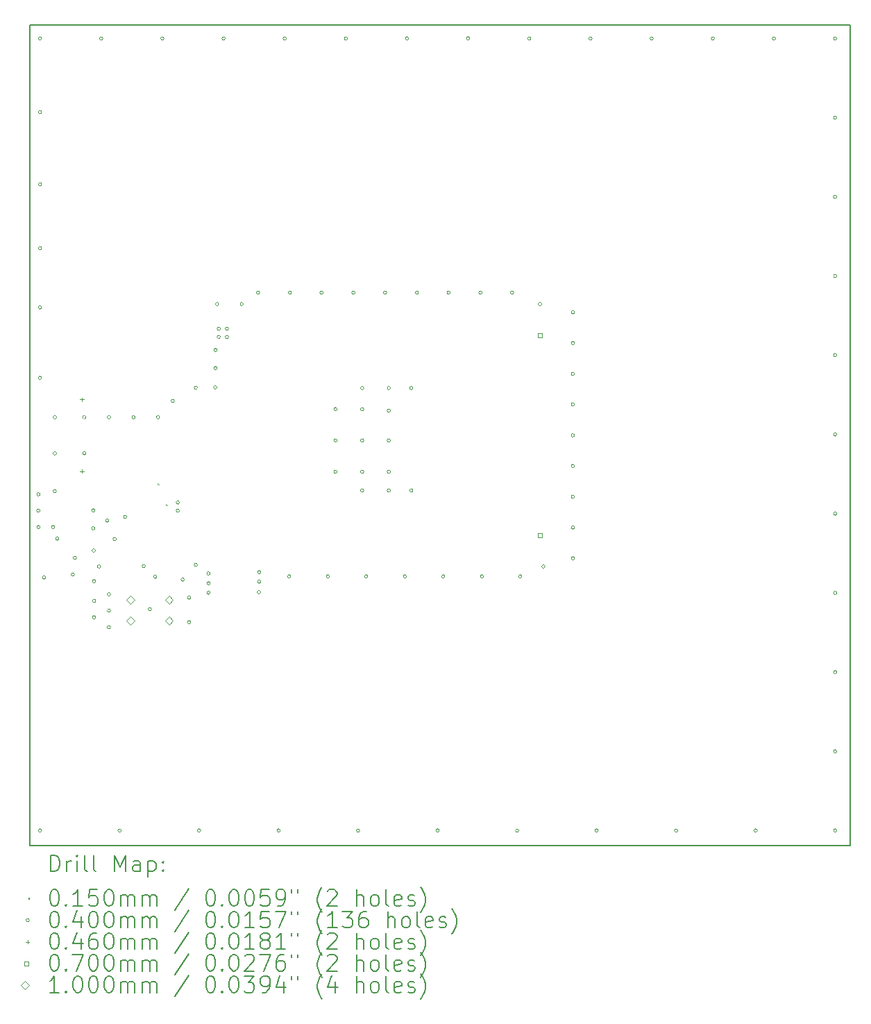
<source format=gbr>
%FSLAX45Y45*%
G04 Gerber Fmt 4.5, Leading zero omitted, Abs format (unit mm)*
G04 Created by KiCad (PCBNEW (6.0.6-0)) date 2022-09-01 17:00:36*
%MOMM*%
%LPD*%
G01*
G04 APERTURE LIST*
%TA.AperFunction,Profile*%
%ADD10C,0.200000*%
%TD*%
%ADD11C,0.200000*%
%ADD12C,0.015000*%
%ADD13C,0.040000*%
%ADD14C,0.046000*%
%ADD15C,0.070000*%
%ADD16C,0.100000*%
G04 APERTURE END LIST*
D10*
X5000000Y-5000000D02*
X15000000Y-5000000D01*
X15000000Y-5000000D02*
X15000000Y-15000000D01*
X15000000Y-15000000D02*
X5000000Y-15000000D01*
X5000000Y-15000000D02*
X5000000Y-5000000D01*
D11*
D12*
X6557500Y-10587500D02*
X6572500Y-10602500D01*
X6572500Y-10587500D02*
X6557500Y-10602500D01*
X6657500Y-10837500D02*
X6672500Y-10852500D01*
X6672500Y-10837500D02*
X6657500Y-10852500D01*
D13*
X5120000Y-10720000D02*
G75*
G03*
X5120000Y-10720000I-20000J0D01*
G01*
X5120000Y-10920000D02*
G75*
G03*
X5120000Y-10920000I-20000J0D01*
G01*
X5120000Y-11120000D02*
G75*
G03*
X5120000Y-11120000I-20000J0D01*
G01*
X5140000Y-5160000D02*
G75*
G03*
X5140000Y-5160000I-20000J0D01*
G01*
X5140000Y-6060000D02*
G75*
G03*
X5140000Y-6060000I-20000J0D01*
G01*
X5140000Y-6940000D02*
G75*
G03*
X5140000Y-6940000I-20000J0D01*
G01*
X5140000Y-7720000D02*
G75*
G03*
X5140000Y-7720000I-20000J0D01*
G01*
X5140000Y-8440000D02*
G75*
G03*
X5140000Y-8440000I-20000J0D01*
G01*
X5140000Y-9300000D02*
G75*
G03*
X5140000Y-9300000I-20000J0D01*
G01*
X5140000Y-14820000D02*
G75*
G03*
X5140000Y-14820000I-20000J0D01*
G01*
X5190000Y-11735000D02*
G75*
G03*
X5190000Y-11735000I-20000J0D01*
G01*
X5300000Y-11120000D02*
G75*
G03*
X5300000Y-11120000I-20000J0D01*
G01*
X5320000Y-9780000D02*
G75*
G03*
X5320000Y-9780000I-20000J0D01*
G01*
X5320000Y-10220000D02*
G75*
G03*
X5320000Y-10220000I-20000J0D01*
G01*
X5320000Y-10680000D02*
G75*
G03*
X5320000Y-10680000I-20000J0D01*
G01*
X5350000Y-11260000D02*
G75*
G03*
X5350000Y-11260000I-20000J0D01*
G01*
X5540000Y-11700000D02*
G75*
G03*
X5540000Y-11700000I-20000J0D01*
G01*
X5565000Y-11495000D02*
G75*
G03*
X5565000Y-11495000I-20000J0D01*
G01*
X5680000Y-9780000D02*
G75*
G03*
X5680000Y-9780000I-20000J0D01*
G01*
X5680000Y-10220000D02*
G75*
G03*
X5680000Y-10220000I-20000J0D01*
G01*
X5790000Y-10915000D02*
G75*
G03*
X5790000Y-10915000I-20000J0D01*
G01*
X5790000Y-11135000D02*
G75*
G03*
X5790000Y-11135000I-20000J0D01*
G01*
X5795000Y-11405000D02*
G75*
G03*
X5795000Y-11405000I-20000J0D01*
G01*
X5800000Y-11780000D02*
G75*
G03*
X5800000Y-11780000I-20000J0D01*
G01*
X5800000Y-12020000D02*
G75*
G03*
X5800000Y-12020000I-20000J0D01*
G01*
X5800000Y-12220000D02*
G75*
G03*
X5800000Y-12220000I-20000J0D01*
G01*
X5860000Y-11600000D02*
G75*
G03*
X5860000Y-11600000I-20000J0D01*
G01*
X5886154Y-5160000D02*
G75*
G03*
X5886154Y-5160000I-20000J0D01*
G01*
X5960000Y-11040000D02*
G75*
G03*
X5960000Y-11040000I-20000J0D01*
G01*
X5980000Y-9780000D02*
G75*
G03*
X5980000Y-9780000I-20000J0D01*
G01*
X5980000Y-11940000D02*
G75*
G03*
X5980000Y-11940000I-20000J0D01*
G01*
X5980000Y-12140000D02*
G75*
G03*
X5980000Y-12140000I-20000J0D01*
G01*
X5980000Y-12340000D02*
G75*
G03*
X5980000Y-12340000I-20000J0D01*
G01*
X6051000Y-11266000D02*
G75*
G03*
X6051000Y-11266000I-20000J0D01*
G01*
X6110000Y-14820000D02*
G75*
G03*
X6110000Y-14820000I-20000J0D01*
G01*
X6180000Y-10995000D02*
G75*
G03*
X6180000Y-10995000I-20000J0D01*
G01*
X6280000Y-9780000D02*
G75*
G03*
X6280000Y-9780000I-20000J0D01*
G01*
X6405000Y-11595000D02*
G75*
G03*
X6405000Y-11595000I-20000J0D01*
G01*
X6480000Y-12120000D02*
G75*
G03*
X6480000Y-12120000I-20000J0D01*
G01*
X6545000Y-11725000D02*
G75*
G03*
X6545000Y-11725000I-20000J0D01*
G01*
X6580000Y-9780000D02*
G75*
G03*
X6580000Y-9780000I-20000J0D01*
G01*
X6632308Y-5160000D02*
G75*
G03*
X6632308Y-5160000I-20000J0D01*
G01*
X6760000Y-9580000D02*
G75*
G03*
X6760000Y-9580000I-20000J0D01*
G01*
X6820000Y-10820000D02*
G75*
G03*
X6820000Y-10820000I-20000J0D01*
G01*
X6820000Y-10920000D02*
G75*
G03*
X6820000Y-10920000I-20000J0D01*
G01*
X6880000Y-11760000D02*
G75*
G03*
X6880000Y-11760000I-20000J0D01*
G01*
X6960000Y-11980000D02*
G75*
G03*
X6960000Y-11980000I-20000J0D01*
G01*
X6960000Y-12280000D02*
G75*
G03*
X6960000Y-12280000I-20000J0D01*
G01*
X7040000Y-9420000D02*
G75*
G03*
X7040000Y-9420000I-20000J0D01*
G01*
X7040000Y-11580000D02*
G75*
G03*
X7040000Y-11580000I-20000J0D01*
G01*
X7080000Y-14820000D02*
G75*
G03*
X7080000Y-14820000I-20000J0D01*
G01*
X7195000Y-11685000D02*
G75*
G03*
X7195000Y-11685000I-20000J0D01*
G01*
X7195000Y-11805000D02*
G75*
G03*
X7195000Y-11805000I-20000J0D01*
G01*
X7195000Y-11920000D02*
G75*
G03*
X7195000Y-11920000I-20000J0D01*
G01*
X7278051Y-9415321D02*
G75*
G03*
X7278051Y-9415321I-20000J0D01*
G01*
X7280000Y-8960000D02*
G75*
G03*
X7280000Y-8960000I-20000J0D01*
G01*
X7280000Y-9180000D02*
G75*
G03*
X7280000Y-9180000I-20000J0D01*
G01*
X7300000Y-8400000D02*
G75*
G03*
X7300000Y-8400000I-20000J0D01*
G01*
X7320000Y-8700000D02*
G75*
G03*
X7320000Y-8700000I-20000J0D01*
G01*
X7320000Y-8800000D02*
G75*
G03*
X7320000Y-8800000I-20000J0D01*
G01*
X7378461Y-5160000D02*
G75*
G03*
X7378461Y-5160000I-20000J0D01*
G01*
X7420000Y-8700000D02*
G75*
G03*
X7420000Y-8700000I-20000J0D01*
G01*
X7420000Y-8800000D02*
G75*
G03*
X7420000Y-8800000I-20000J0D01*
G01*
X7600000Y-8400000D02*
G75*
G03*
X7600000Y-8400000I-20000J0D01*
G01*
X7800000Y-8260000D02*
G75*
G03*
X7800000Y-8260000I-20000J0D01*
G01*
X7810000Y-11915000D02*
G75*
G03*
X7810000Y-11915000I-20000J0D01*
G01*
X7815000Y-11670000D02*
G75*
G03*
X7815000Y-11670000I-20000J0D01*
G01*
X7815000Y-11785000D02*
G75*
G03*
X7815000Y-11785000I-20000J0D01*
G01*
X8050000Y-14820000D02*
G75*
G03*
X8050000Y-14820000I-20000J0D01*
G01*
X8124615Y-5160000D02*
G75*
G03*
X8124615Y-5160000I-20000J0D01*
G01*
X8180000Y-11720000D02*
G75*
G03*
X8180000Y-11720000I-20000J0D01*
G01*
X8187385Y-8260000D02*
G75*
G03*
X8187385Y-8260000I-20000J0D01*
G01*
X8574769Y-8260000D02*
G75*
G03*
X8574769Y-8260000I-20000J0D01*
G01*
X8650000Y-11720000D02*
G75*
G03*
X8650000Y-11720000I-20000J0D01*
G01*
X8745000Y-9681250D02*
G75*
G03*
X8745000Y-9681250I-20000J0D01*
G01*
X8745000Y-10062500D02*
G75*
G03*
X8745000Y-10062500I-20000J0D01*
G01*
X8745000Y-10443750D02*
G75*
G03*
X8745000Y-10443750I-20000J0D01*
G01*
X8870769Y-5160000D02*
G75*
G03*
X8870769Y-5160000I-20000J0D01*
G01*
X8962154Y-8260000D02*
G75*
G03*
X8962154Y-8260000I-20000J0D01*
G01*
X9020000Y-14820000D02*
G75*
G03*
X9020000Y-14820000I-20000J0D01*
G01*
X9070000Y-9425000D02*
G75*
G03*
X9070000Y-9425000I-20000J0D01*
G01*
X9070000Y-9681250D02*
G75*
G03*
X9070000Y-9681250I-20000J0D01*
G01*
X9070000Y-10062500D02*
G75*
G03*
X9070000Y-10062500I-20000J0D01*
G01*
X9070000Y-10443750D02*
G75*
G03*
X9070000Y-10443750I-20000J0D01*
G01*
X9070000Y-10675000D02*
G75*
G03*
X9070000Y-10675000I-20000J0D01*
G01*
X9120000Y-11720000D02*
G75*
G03*
X9120000Y-11720000I-20000J0D01*
G01*
X9349539Y-8260000D02*
G75*
G03*
X9349539Y-8260000I-20000J0D01*
G01*
X9395000Y-9425000D02*
G75*
G03*
X9395000Y-9425000I-20000J0D01*
G01*
X9395000Y-9700000D02*
G75*
G03*
X9395000Y-9700000I-20000J0D01*
G01*
X9395000Y-10062500D02*
G75*
G03*
X9395000Y-10062500I-20000J0D01*
G01*
X9395000Y-10443750D02*
G75*
G03*
X9395000Y-10443750I-20000J0D01*
G01*
X9395000Y-10675000D02*
G75*
G03*
X9395000Y-10675000I-20000J0D01*
G01*
X9590000Y-11720000D02*
G75*
G03*
X9590000Y-11720000I-20000J0D01*
G01*
X9616923Y-5160000D02*
G75*
G03*
X9616923Y-5160000I-20000J0D01*
G01*
X9670000Y-9425000D02*
G75*
G03*
X9670000Y-9425000I-20000J0D01*
G01*
X9670000Y-10675000D02*
G75*
G03*
X9670000Y-10675000I-20000J0D01*
G01*
X9736924Y-8260000D02*
G75*
G03*
X9736924Y-8260000I-20000J0D01*
G01*
X9990000Y-14820000D02*
G75*
G03*
X9990000Y-14820000I-20000J0D01*
G01*
X10060000Y-11720000D02*
G75*
G03*
X10060000Y-11720000I-20000J0D01*
G01*
X10124308Y-8260000D02*
G75*
G03*
X10124308Y-8260000I-20000J0D01*
G01*
X10363077Y-5160000D02*
G75*
G03*
X10363077Y-5160000I-20000J0D01*
G01*
X10511693Y-8260000D02*
G75*
G03*
X10511693Y-8260000I-20000J0D01*
G01*
X10530000Y-11720000D02*
G75*
G03*
X10530000Y-11720000I-20000J0D01*
G01*
X10899078Y-8260000D02*
G75*
G03*
X10899078Y-8260000I-20000J0D01*
G01*
X10960000Y-14820000D02*
G75*
G03*
X10960000Y-14820000I-20000J0D01*
G01*
X11000000Y-11720000D02*
G75*
G03*
X11000000Y-11720000I-20000J0D01*
G01*
X11109230Y-5160000D02*
G75*
G03*
X11109230Y-5160000I-20000J0D01*
G01*
X11240000Y-8400000D02*
G75*
G03*
X11240000Y-8400000I-20000J0D01*
G01*
X11280000Y-11600000D02*
G75*
G03*
X11280000Y-11600000I-20000J0D01*
G01*
X11640000Y-8500000D02*
G75*
G03*
X11640000Y-8500000I-20000J0D01*
G01*
X11640000Y-8875000D02*
G75*
G03*
X11640000Y-8875000I-20000J0D01*
G01*
X11640000Y-9250000D02*
G75*
G03*
X11640000Y-9250000I-20000J0D01*
G01*
X11640000Y-9625000D02*
G75*
G03*
X11640000Y-9625000I-20000J0D01*
G01*
X11640000Y-10000000D02*
G75*
G03*
X11640000Y-10000000I-20000J0D01*
G01*
X11640000Y-10375000D02*
G75*
G03*
X11640000Y-10375000I-20000J0D01*
G01*
X11640000Y-10750000D02*
G75*
G03*
X11640000Y-10750000I-20000J0D01*
G01*
X11640000Y-11125000D02*
G75*
G03*
X11640000Y-11125000I-20000J0D01*
G01*
X11640000Y-11500000D02*
G75*
G03*
X11640000Y-11500000I-20000J0D01*
G01*
X11855384Y-5160000D02*
G75*
G03*
X11855384Y-5160000I-20000J0D01*
G01*
X11930000Y-14820000D02*
G75*
G03*
X11930000Y-14820000I-20000J0D01*
G01*
X12601538Y-5160000D02*
G75*
G03*
X12601538Y-5160000I-20000J0D01*
G01*
X12900000Y-14820000D02*
G75*
G03*
X12900000Y-14820000I-20000J0D01*
G01*
X13347692Y-5160000D02*
G75*
G03*
X13347692Y-5160000I-20000J0D01*
G01*
X13870000Y-14820000D02*
G75*
G03*
X13870000Y-14820000I-20000J0D01*
G01*
X14093846Y-5160000D02*
G75*
G03*
X14093846Y-5160000I-20000J0D01*
G01*
X14840000Y-5160000D02*
G75*
G03*
X14840000Y-5160000I-20000J0D01*
G01*
X14840000Y-6126000D02*
G75*
G03*
X14840000Y-6126000I-20000J0D01*
G01*
X14840000Y-7092000D02*
G75*
G03*
X14840000Y-7092000I-20000J0D01*
G01*
X14840000Y-8058000D02*
G75*
G03*
X14840000Y-8058000I-20000J0D01*
G01*
X14840000Y-9024000D02*
G75*
G03*
X14840000Y-9024000I-20000J0D01*
G01*
X14840000Y-9990000D02*
G75*
G03*
X14840000Y-9990000I-20000J0D01*
G01*
X14840000Y-10956000D02*
G75*
G03*
X14840000Y-10956000I-20000J0D01*
G01*
X14840000Y-11922000D02*
G75*
G03*
X14840000Y-11922000I-20000J0D01*
G01*
X14840000Y-12888000D02*
G75*
G03*
X14840000Y-12888000I-20000J0D01*
G01*
X14840000Y-13854000D02*
G75*
G03*
X14840000Y-13854000I-20000J0D01*
G01*
X14840000Y-14820000D02*
G75*
G03*
X14840000Y-14820000I-20000J0D01*
G01*
D14*
X5632000Y-9539000D02*
X5632000Y-9585000D01*
X5609000Y-9562000D02*
X5655000Y-9562000D01*
X5632000Y-10415000D02*
X5632000Y-10461000D01*
X5609000Y-10438000D02*
X5655000Y-10438000D01*
D15*
X11244508Y-8804990D02*
X11244508Y-8755492D01*
X11195010Y-8755492D01*
X11195010Y-8804990D01*
X11244508Y-8804990D01*
X11244508Y-11244508D02*
X11244508Y-11195010D01*
X11195010Y-11195010D01*
X11195010Y-11244508D01*
X11244508Y-11244508D01*
D16*
X6226000Y-12058500D02*
X6276000Y-12008500D01*
X6226000Y-11958500D01*
X6176000Y-12008500D01*
X6226000Y-12058500D01*
X6226000Y-12312500D02*
X6276000Y-12262500D01*
X6226000Y-12212500D01*
X6176000Y-12262500D01*
X6226000Y-12312500D01*
X6694000Y-12058500D02*
X6744000Y-12008500D01*
X6694000Y-11958500D01*
X6644000Y-12008500D01*
X6694000Y-12058500D01*
X6694000Y-12312500D02*
X6744000Y-12262500D01*
X6694000Y-12212500D01*
X6644000Y-12262500D01*
X6694000Y-12312500D01*
D11*
X5247619Y-15320476D02*
X5247619Y-15120476D01*
X5295238Y-15120476D01*
X5323810Y-15130000D01*
X5342857Y-15149048D01*
X5352381Y-15168095D01*
X5361905Y-15206190D01*
X5361905Y-15234762D01*
X5352381Y-15272857D01*
X5342857Y-15291905D01*
X5323810Y-15310952D01*
X5295238Y-15320476D01*
X5247619Y-15320476D01*
X5447619Y-15320476D02*
X5447619Y-15187143D01*
X5447619Y-15225238D02*
X5457143Y-15206190D01*
X5466667Y-15196667D01*
X5485714Y-15187143D01*
X5504762Y-15187143D01*
X5571429Y-15320476D02*
X5571429Y-15187143D01*
X5571429Y-15120476D02*
X5561905Y-15130000D01*
X5571429Y-15139524D01*
X5580952Y-15130000D01*
X5571429Y-15120476D01*
X5571429Y-15139524D01*
X5695238Y-15320476D02*
X5676190Y-15310952D01*
X5666667Y-15291905D01*
X5666667Y-15120476D01*
X5800000Y-15320476D02*
X5780952Y-15310952D01*
X5771428Y-15291905D01*
X5771428Y-15120476D01*
X6028571Y-15320476D02*
X6028571Y-15120476D01*
X6095238Y-15263333D01*
X6161905Y-15120476D01*
X6161905Y-15320476D01*
X6342857Y-15320476D02*
X6342857Y-15215714D01*
X6333333Y-15196667D01*
X6314286Y-15187143D01*
X6276190Y-15187143D01*
X6257143Y-15196667D01*
X6342857Y-15310952D02*
X6323809Y-15320476D01*
X6276190Y-15320476D01*
X6257143Y-15310952D01*
X6247619Y-15291905D01*
X6247619Y-15272857D01*
X6257143Y-15253809D01*
X6276190Y-15244286D01*
X6323809Y-15244286D01*
X6342857Y-15234762D01*
X6438095Y-15187143D02*
X6438095Y-15387143D01*
X6438095Y-15196667D02*
X6457143Y-15187143D01*
X6495238Y-15187143D01*
X6514286Y-15196667D01*
X6523809Y-15206190D01*
X6533333Y-15225238D01*
X6533333Y-15282381D01*
X6523809Y-15301428D01*
X6514286Y-15310952D01*
X6495238Y-15320476D01*
X6457143Y-15320476D01*
X6438095Y-15310952D01*
X6619048Y-15301428D02*
X6628571Y-15310952D01*
X6619048Y-15320476D01*
X6609524Y-15310952D01*
X6619048Y-15301428D01*
X6619048Y-15320476D01*
X6619048Y-15196667D02*
X6628571Y-15206190D01*
X6619048Y-15215714D01*
X6609524Y-15206190D01*
X6619048Y-15196667D01*
X6619048Y-15215714D01*
D12*
X4975000Y-15642500D02*
X4990000Y-15657500D01*
X4990000Y-15642500D02*
X4975000Y-15657500D01*
D11*
X5285714Y-15540476D02*
X5304762Y-15540476D01*
X5323810Y-15550000D01*
X5333333Y-15559524D01*
X5342857Y-15578571D01*
X5352381Y-15616667D01*
X5352381Y-15664286D01*
X5342857Y-15702381D01*
X5333333Y-15721428D01*
X5323810Y-15730952D01*
X5304762Y-15740476D01*
X5285714Y-15740476D01*
X5266667Y-15730952D01*
X5257143Y-15721428D01*
X5247619Y-15702381D01*
X5238095Y-15664286D01*
X5238095Y-15616667D01*
X5247619Y-15578571D01*
X5257143Y-15559524D01*
X5266667Y-15550000D01*
X5285714Y-15540476D01*
X5438095Y-15721428D02*
X5447619Y-15730952D01*
X5438095Y-15740476D01*
X5428571Y-15730952D01*
X5438095Y-15721428D01*
X5438095Y-15740476D01*
X5638095Y-15740476D02*
X5523810Y-15740476D01*
X5580952Y-15740476D02*
X5580952Y-15540476D01*
X5561905Y-15569048D01*
X5542857Y-15588095D01*
X5523810Y-15597619D01*
X5819048Y-15540476D02*
X5723809Y-15540476D01*
X5714286Y-15635714D01*
X5723809Y-15626190D01*
X5742857Y-15616667D01*
X5790476Y-15616667D01*
X5809524Y-15626190D01*
X5819048Y-15635714D01*
X5828571Y-15654762D01*
X5828571Y-15702381D01*
X5819048Y-15721428D01*
X5809524Y-15730952D01*
X5790476Y-15740476D01*
X5742857Y-15740476D01*
X5723809Y-15730952D01*
X5714286Y-15721428D01*
X5952381Y-15540476D02*
X5971428Y-15540476D01*
X5990476Y-15550000D01*
X6000000Y-15559524D01*
X6009524Y-15578571D01*
X6019048Y-15616667D01*
X6019048Y-15664286D01*
X6009524Y-15702381D01*
X6000000Y-15721428D01*
X5990476Y-15730952D01*
X5971428Y-15740476D01*
X5952381Y-15740476D01*
X5933333Y-15730952D01*
X5923809Y-15721428D01*
X5914286Y-15702381D01*
X5904762Y-15664286D01*
X5904762Y-15616667D01*
X5914286Y-15578571D01*
X5923809Y-15559524D01*
X5933333Y-15550000D01*
X5952381Y-15540476D01*
X6104762Y-15740476D02*
X6104762Y-15607143D01*
X6104762Y-15626190D02*
X6114286Y-15616667D01*
X6133333Y-15607143D01*
X6161905Y-15607143D01*
X6180952Y-15616667D01*
X6190476Y-15635714D01*
X6190476Y-15740476D01*
X6190476Y-15635714D02*
X6200000Y-15616667D01*
X6219048Y-15607143D01*
X6247619Y-15607143D01*
X6266667Y-15616667D01*
X6276190Y-15635714D01*
X6276190Y-15740476D01*
X6371428Y-15740476D02*
X6371428Y-15607143D01*
X6371428Y-15626190D02*
X6380952Y-15616667D01*
X6400000Y-15607143D01*
X6428571Y-15607143D01*
X6447619Y-15616667D01*
X6457143Y-15635714D01*
X6457143Y-15740476D01*
X6457143Y-15635714D02*
X6466667Y-15616667D01*
X6485714Y-15607143D01*
X6514286Y-15607143D01*
X6533333Y-15616667D01*
X6542857Y-15635714D01*
X6542857Y-15740476D01*
X6933333Y-15530952D02*
X6761905Y-15788095D01*
X7190476Y-15540476D02*
X7209524Y-15540476D01*
X7228571Y-15550000D01*
X7238095Y-15559524D01*
X7247619Y-15578571D01*
X7257143Y-15616667D01*
X7257143Y-15664286D01*
X7247619Y-15702381D01*
X7238095Y-15721428D01*
X7228571Y-15730952D01*
X7209524Y-15740476D01*
X7190476Y-15740476D01*
X7171428Y-15730952D01*
X7161905Y-15721428D01*
X7152381Y-15702381D01*
X7142857Y-15664286D01*
X7142857Y-15616667D01*
X7152381Y-15578571D01*
X7161905Y-15559524D01*
X7171428Y-15550000D01*
X7190476Y-15540476D01*
X7342857Y-15721428D02*
X7352381Y-15730952D01*
X7342857Y-15740476D01*
X7333333Y-15730952D01*
X7342857Y-15721428D01*
X7342857Y-15740476D01*
X7476190Y-15540476D02*
X7495238Y-15540476D01*
X7514286Y-15550000D01*
X7523809Y-15559524D01*
X7533333Y-15578571D01*
X7542857Y-15616667D01*
X7542857Y-15664286D01*
X7533333Y-15702381D01*
X7523809Y-15721428D01*
X7514286Y-15730952D01*
X7495238Y-15740476D01*
X7476190Y-15740476D01*
X7457143Y-15730952D01*
X7447619Y-15721428D01*
X7438095Y-15702381D01*
X7428571Y-15664286D01*
X7428571Y-15616667D01*
X7438095Y-15578571D01*
X7447619Y-15559524D01*
X7457143Y-15550000D01*
X7476190Y-15540476D01*
X7666667Y-15540476D02*
X7685714Y-15540476D01*
X7704762Y-15550000D01*
X7714286Y-15559524D01*
X7723809Y-15578571D01*
X7733333Y-15616667D01*
X7733333Y-15664286D01*
X7723809Y-15702381D01*
X7714286Y-15721428D01*
X7704762Y-15730952D01*
X7685714Y-15740476D01*
X7666667Y-15740476D01*
X7647619Y-15730952D01*
X7638095Y-15721428D01*
X7628571Y-15702381D01*
X7619048Y-15664286D01*
X7619048Y-15616667D01*
X7628571Y-15578571D01*
X7638095Y-15559524D01*
X7647619Y-15550000D01*
X7666667Y-15540476D01*
X7914286Y-15540476D02*
X7819048Y-15540476D01*
X7809524Y-15635714D01*
X7819048Y-15626190D01*
X7838095Y-15616667D01*
X7885714Y-15616667D01*
X7904762Y-15626190D01*
X7914286Y-15635714D01*
X7923809Y-15654762D01*
X7923809Y-15702381D01*
X7914286Y-15721428D01*
X7904762Y-15730952D01*
X7885714Y-15740476D01*
X7838095Y-15740476D01*
X7819048Y-15730952D01*
X7809524Y-15721428D01*
X8019048Y-15740476D02*
X8057143Y-15740476D01*
X8076190Y-15730952D01*
X8085714Y-15721428D01*
X8104762Y-15692857D01*
X8114286Y-15654762D01*
X8114286Y-15578571D01*
X8104762Y-15559524D01*
X8095238Y-15550000D01*
X8076190Y-15540476D01*
X8038095Y-15540476D01*
X8019048Y-15550000D01*
X8009524Y-15559524D01*
X8000000Y-15578571D01*
X8000000Y-15626190D01*
X8009524Y-15645238D01*
X8019048Y-15654762D01*
X8038095Y-15664286D01*
X8076190Y-15664286D01*
X8095238Y-15654762D01*
X8104762Y-15645238D01*
X8114286Y-15626190D01*
X8190476Y-15540476D02*
X8190476Y-15578571D01*
X8266667Y-15540476D02*
X8266667Y-15578571D01*
X8561905Y-15816667D02*
X8552381Y-15807143D01*
X8533333Y-15778571D01*
X8523810Y-15759524D01*
X8514286Y-15730952D01*
X8504762Y-15683333D01*
X8504762Y-15645238D01*
X8514286Y-15597619D01*
X8523810Y-15569048D01*
X8533333Y-15550000D01*
X8552381Y-15521428D01*
X8561905Y-15511905D01*
X8628571Y-15559524D02*
X8638095Y-15550000D01*
X8657143Y-15540476D01*
X8704762Y-15540476D01*
X8723810Y-15550000D01*
X8733333Y-15559524D01*
X8742857Y-15578571D01*
X8742857Y-15597619D01*
X8733333Y-15626190D01*
X8619048Y-15740476D01*
X8742857Y-15740476D01*
X8980952Y-15740476D02*
X8980952Y-15540476D01*
X9066667Y-15740476D02*
X9066667Y-15635714D01*
X9057143Y-15616667D01*
X9038095Y-15607143D01*
X9009524Y-15607143D01*
X8990476Y-15616667D01*
X8980952Y-15626190D01*
X9190476Y-15740476D02*
X9171429Y-15730952D01*
X9161905Y-15721428D01*
X9152381Y-15702381D01*
X9152381Y-15645238D01*
X9161905Y-15626190D01*
X9171429Y-15616667D01*
X9190476Y-15607143D01*
X9219048Y-15607143D01*
X9238095Y-15616667D01*
X9247619Y-15626190D01*
X9257143Y-15645238D01*
X9257143Y-15702381D01*
X9247619Y-15721428D01*
X9238095Y-15730952D01*
X9219048Y-15740476D01*
X9190476Y-15740476D01*
X9371429Y-15740476D02*
X9352381Y-15730952D01*
X9342857Y-15711905D01*
X9342857Y-15540476D01*
X9523810Y-15730952D02*
X9504762Y-15740476D01*
X9466667Y-15740476D01*
X9447619Y-15730952D01*
X9438095Y-15711905D01*
X9438095Y-15635714D01*
X9447619Y-15616667D01*
X9466667Y-15607143D01*
X9504762Y-15607143D01*
X9523810Y-15616667D01*
X9533333Y-15635714D01*
X9533333Y-15654762D01*
X9438095Y-15673809D01*
X9609524Y-15730952D02*
X9628571Y-15740476D01*
X9666667Y-15740476D01*
X9685714Y-15730952D01*
X9695238Y-15711905D01*
X9695238Y-15702381D01*
X9685714Y-15683333D01*
X9666667Y-15673809D01*
X9638095Y-15673809D01*
X9619048Y-15664286D01*
X9609524Y-15645238D01*
X9609524Y-15635714D01*
X9619048Y-15616667D01*
X9638095Y-15607143D01*
X9666667Y-15607143D01*
X9685714Y-15616667D01*
X9761905Y-15816667D02*
X9771429Y-15807143D01*
X9790476Y-15778571D01*
X9800000Y-15759524D01*
X9809524Y-15730952D01*
X9819048Y-15683333D01*
X9819048Y-15645238D01*
X9809524Y-15597619D01*
X9800000Y-15569048D01*
X9790476Y-15550000D01*
X9771429Y-15521428D01*
X9761905Y-15511905D01*
D13*
X4990000Y-15914000D02*
G75*
G03*
X4990000Y-15914000I-20000J0D01*
G01*
D11*
X5285714Y-15804476D02*
X5304762Y-15804476D01*
X5323810Y-15814000D01*
X5333333Y-15823524D01*
X5342857Y-15842571D01*
X5352381Y-15880667D01*
X5352381Y-15928286D01*
X5342857Y-15966381D01*
X5333333Y-15985428D01*
X5323810Y-15994952D01*
X5304762Y-16004476D01*
X5285714Y-16004476D01*
X5266667Y-15994952D01*
X5257143Y-15985428D01*
X5247619Y-15966381D01*
X5238095Y-15928286D01*
X5238095Y-15880667D01*
X5247619Y-15842571D01*
X5257143Y-15823524D01*
X5266667Y-15814000D01*
X5285714Y-15804476D01*
X5438095Y-15985428D02*
X5447619Y-15994952D01*
X5438095Y-16004476D01*
X5428571Y-15994952D01*
X5438095Y-15985428D01*
X5438095Y-16004476D01*
X5619048Y-15871143D02*
X5619048Y-16004476D01*
X5571429Y-15794952D02*
X5523810Y-15937809D01*
X5647619Y-15937809D01*
X5761905Y-15804476D02*
X5780952Y-15804476D01*
X5800000Y-15814000D01*
X5809524Y-15823524D01*
X5819048Y-15842571D01*
X5828571Y-15880667D01*
X5828571Y-15928286D01*
X5819048Y-15966381D01*
X5809524Y-15985428D01*
X5800000Y-15994952D01*
X5780952Y-16004476D01*
X5761905Y-16004476D01*
X5742857Y-15994952D01*
X5733333Y-15985428D01*
X5723809Y-15966381D01*
X5714286Y-15928286D01*
X5714286Y-15880667D01*
X5723809Y-15842571D01*
X5733333Y-15823524D01*
X5742857Y-15814000D01*
X5761905Y-15804476D01*
X5952381Y-15804476D02*
X5971428Y-15804476D01*
X5990476Y-15814000D01*
X6000000Y-15823524D01*
X6009524Y-15842571D01*
X6019048Y-15880667D01*
X6019048Y-15928286D01*
X6009524Y-15966381D01*
X6000000Y-15985428D01*
X5990476Y-15994952D01*
X5971428Y-16004476D01*
X5952381Y-16004476D01*
X5933333Y-15994952D01*
X5923809Y-15985428D01*
X5914286Y-15966381D01*
X5904762Y-15928286D01*
X5904762Y-15880667D01*
X5914286Y-15842571D01*
X5923809Y-15823524D01*
X5933333Y-15814000D01*
X5952381Y-15804476D01*
X6104762Y-16004476D02*
X6104762Y-15871143D01*
X6104762Y-15890190D02*
X6114286Y-15880667D01*
X6133333Y-15871143D01*
X6161905Y-15871143D01*
X6180952Y-15880667D01*
X6190476Y-15899714D01*
X6190476Y-16004476D01*
X6190476Y-15899714D02*
X6200000Y-15880667D01*
X6219048Y-15871143D01*
X6247619Y-15871143D01*
X6266667Y-15880667D01*
X6276190Y-15899714D01*
X6276190Y-16004476D01*
X6371428Y-16004476D02*
X6371428Y-15871143D01*
X6371428Y-15890190D02*
X6380952Y-15880667D01*
X6400000Y-15871143D01*
X6428571Y-15871143D01*
X6447619Y-15880667D01*
X6457143Y-15899714D01*
X6457143Y-16004476D01*
X6457143Y-15899714D02*
X6466667Y-15880667D01*
X6485714Y-15871143D01*
X6514286Y-15871143D01*
X6533333Y-15880667D01*
X6542857Y-15899714D01*
X6542857Y-16004476D01*
X6933333Y-15794952D02*
X6761905Y-16052095D01*
X7190476Y-15804476D02*
X7209524Y-15804476D01*
X7228571Y-15814000D01*
X7238095Y-15823524D01*
X7247619Y-15842571D01*
X7257143Y-15880667D01*
X7257143Y-15928286D01*
X7247619Y-15966381D01*
X7238095Y-15985428D01*
X7228571Y-15994952D01*
X7209524Y-16004476D01*
X7190476Y-16004476D01*
X7171428Y-15994952D01*
X7161905Y-15985428D01*
X7152381Y-15966381D01*
X7142857Y-15928286D01*
X7142857Y-15880667D01*
X7152381Y-15842571D01*
X7161905Y-15823524D01*
X7171428Y-15814000D01*
X7190476Y-15804476D01*
X7342857Y-15985428D02*
X7352381Y-15994952D01*
X7342857Y-16004476D01*
X7333333Y-15994952D01*
X7342857Y-15985428D01*
X7342857Y-16004476D01*
X7476190Y-15804476D02*
X7495238Y-15804476D01*
X7514286Y-15814000D01*
X7523809Y-15823524D01*
X7533333Y-15842571D01*
X7542857Y-15880667D01*
X7542857Y-15928286D01*
X7533333Y-15966381D01*
X7523809Y-15985428D01*
X7514286Y-15994952D01*
X7495238Y-16004476D01*
X7476190Y-16004476D01*
X7457143Y-15994952D01*
X7447619Y-15985428D01*
X7438095Y-15966381D01*
X7428571Y-15928286D01*
X7428571Y-15880667D01*
X7438095Y-15842571D01*
X7447619Y-15823524D01*
X7457143Y-15814000D01*
X7476190Y-15804476D01*
X7733333Y-16004476D02*
X7619048Y-16004476D01*
X7676190Y-16004476D02*
X7676190Y-15804476D01*
X7657143Y-15833048D01*
X7638095Y-15852095D01*
X7619048Y-15861619D01*
X7914286Y-15804476D02*
X7819048Y-15804476D01*
X7809524Y-15899714D01*
X7819048Y-15890190D01*
X7838095Y-15880667D01*
X7885714Y-15880667D01*
X7904762Y-15890190D01*
X7914286Y-15899714D01*
X7923809Y-15918762D01*
X7923809Y-15966381D01*
X7914286Y-15985428D01*
X7904762Y-15994952D01*
X7885714Y-16004476D01*
X7838095Y-16004476D01*
X7819048Y-15994952D01*
X7809524Y-15985428D01*
X7990476Y-15804476D02*
X8123809Y-15804476D01*
X8038095Y-16004476D01*
X8190476Y-15804476D02*
X8190476Y-15842571D01*
X8266667Y-15804476D02*
X8266667Y-15842571D01*
X8561905Y-16080667D02*
X8552381Y-16071143D01*
X8533333Y-16042571D01*
X8523810Y-16023524D01*
X8514286Y-15994952D01*
X8504762Y-15947333D01*
X8504762Y-15909238D01*
X8514286Y-15861619D01*
X8523810Y-15833048D01*
X8533333Y-15814000D01*
X8552381Y-15785428D01*
X8561905Y-15775905D01*
X8742857Y-16004476D02*
X8628571Y-16004476D01*
X8685714Y-16004476D02*
X8685714Y-15804476D01*
X8666667Y-15833048D01*
X8647619Y-15852095D01*
X8628571Y-15861619D01*
X8809524Y-15804476D02*
X8933333Y-15804476D01*
X8866667Y-15880667D01*
X8895238Y-15880667D01*
X8914286Y-15890190D01*
X8923810Y-15899714D01*
X8933333Y-15918762D01*
X8933333Y-15966381D01*
X8923810Y-15985428D01*
X8914286Y-15994952D01*
X8895238Y-16004476D01*
X8838095Y-16004476D01*
X8819048Y-15994952D01*
X8809524Y-15985428D01*
X9104762Y-15804476D02*
X9066667Y-15804476D01*
X9047619Y-15814000D01*
X9038095Y-15823524D01*
X9019048Y-15852095D01*
X9009524Y-15890190D01*
X9009524Y-15966381D01*
X9019048Y-15985428D01*
X9028571Y-15994952D01*
X9047619Y-16004476D01*
X9085714Y-16004476D01*
X9104762Y-15994952D01*
X9114286Y-15985428D01*
X9123810Y-15966381D01*
X9123810Y-15918762D01*
X9114286Y-15899714D01*
X9104762Y-15890190D01*
X9085714Y-15880667D01*
X9047619Y-15880667D01*
X9028571Y-15890190D01*
X9019048Y-15899714D01*
X9009524Y-15918762D01*
X9361905Y-16004476D02*
X9361905Y-15804476D01*
X9447619Y-16004476D02*
X9447619Y-15899714D01*
X9438095Y-15880667D01*
X9419048Y-15871143D01*
X9390476Y-15871143D01*
X9371429Y-15880667D01*
X9361905Y-15890190D01*
X9571429Y-16004476D02*
X9552381Y-15994952D01*
X9542857Y-15985428D01*
X9533333Y-15966381D01*
X9533333Y-15909238D01*
X9542857Y-15890190D01*
X9552381Y-15880667D01*
X9571429Y-15871143D01*
X9600000Y-15871143D01*
X9619048Y-15880667D01*
X9628571Y-15890190D01*
X9638095Y-15909238D01*
X9638095Y-15966381D01*
X9628571Y-15985428D01*
X9619048Y-15994952D01*
X9600000Y-16004476D01*
X9571429Y-16004476D01*
X9752381Y-16004476D02*
X9733333Y-15994952D01*
X9723810Y-15975905D01*
X9723810Y-15804476D01*
X9904762Y-15994952D02*
X9885714Y-16004476D01*
X9847619Y-16004476D01*
X9828571Y-15994952D01*
X9819048Y-15975905D01*
X9819048Y-15899714D01*
X9828571Y-15880667D01*
X9847619Y-15871143D01*
X9885714Y-15871143D01*
X9904762Y-15880667D01*
X9914286Y-15899714D01*
X9914286Y-15918762D01*
X9819048Y-15937809D01*
X9990476Y-15994952D02*
X10009524Y-16004476D01*
X10047619Y-16004476D01*
X10066667Y-15994952D01*
X10076190Y-15975905D01*
X10076190Y-15966381D01*
X10066667Y-15947333D01*
X10047619Y-15937809D01*
X10019048Y-15937809D01*
X10000000Y-15928286D01*
X9990476Y-15909238D01*
X9990476Y-15899714D01*
X10000000Y-15880667D01*
X10019048Y-15871143D01*
X10047619Y-15871143D01*
X10066667Y-15880667D01*
X10142857Y-16080667D02*
X10152381Y-16071143D01*
X10171429Y-16042571D01*
X10180952Y-16023524D01*
X10190476Y-15994952D01*
X10200000Y-15947333D01*
X10200000Y-15909238D01*
X10190476Y-15861619D01*
X10180952Y-15833048D01*
X10171429Y-15814000D01*
X10152381Y-15785428D01*
X10142857Y-15775905D01*
D14*
X4967000Y-16155000D02*
X4967000Y-16201000D01*
X4944000Y-16178000D02*
X4990000Y-16178000D01*
D11*
X5285714Y-16068476D02*
X5304762Y-16068476D01*
X5323810Y-16078000D01*
X5333333Y-16087524D01*
X5342857Y-16106571D01*
X5352381Y-16144667D01*
X5352381Y-16192286D01*
X5342857Y-16230381D01*
X5333333Y-16249428D01*
X5323810Y-16258952D01*
X5304762Y-16268476D01*
X5285714Y-16268476D01*
X5266667Y-16258952D01*
X5257143Y-16249428D01*
X5247619Y-16230381D01*
X5238095Y-16192286D01*
X5238095Y-16144667D01*
X5247619Y-16106571D01*
X5257143Y-16087524D01*
X5266667Y-16078000D01*
X5285714Y-16068476D01*
X5438095Y-16249428D02*
X5447619Y-16258952D01*
X5438095Y-16268476D01*
X5428571Y-16258952D01*
X5438095Y-16249428D01*
X5438095Y-16268476D01*
X5619048Y-16135143D02*
X5619048Y-16268476D01*
X5571429Y-16058952D02*
X5523810Y-16201809D01*
X5647619Y-16201809D01*
X5809524Y-16068476D02*
X5771428Y-16068476D01*
X5752381Y-16078000D01*
X5742857Y-16087524D01*
X5723809Y-16116095D01*
X5714286Y-16154190D01*
X5714286Y-16230381D01*
X5723809Y-16249428D01*
X5733333Y-16258952D01*
X5752381Y-16268476D01*
X5790476Y-16268476D01*
X5809524Y-16258952D01*
X5819048Y-16249428D01*
X5828571Y-16230381D01*
X5828571Y-16182762D01*
X5819048Y-16163714D01*
X5809524Y-16154190D01*
X5790476Y-16144667D01*
X5752381Y-16144667D01*
X5733333Y-16154190D01*
X5723809Y-16163714D01*
X5714286Y-16182762D01*
X5952381Y-16068476D02*
X5971428Y-16068476D01*
X5990476Y-16078000D01*
X6000000Y-16087524D01*
X6009524Y-16106571D01*
X6019048Y-16144667D01*
X6019048Y-16192286D01*
X6009524Y-16230381D01*
X6000000Y-16249428D01*
X5990476Y-16258952D01*
X5971428Y-16268476D01*
X5952381Y-16268476D01*
X5933333Y-16258952D01*
X5923809Y-16249428D01*
X5914286Y-16230381D01*
X5904762Y-16192286D01*
X5904762Y-16144667D01*
X5914286Y-16106571D01*
X5923809Y-16087524D01*
X5933333Y-16078000D01*
X5952381Y-16068476D01*
X6104762Y-16268476D02*
X6104762Y-16135143D01*
X6104762Y-16154190D02*
X6114286Y-16144667D01*
X6133333Y-16135143D01*
X6161905Y-16135143D01*
X6180952Y-16144667D01*
X6190476Y-16163714D01*
X6190476Y-16268476D01*
X6190476Y-16163714D02*
X6200000Y-16144667D01*
X6219048Y-16135143D01*
X6247619Y-16135143D01*
X6266667Y-16144667D01*
X6276190Y-16163714D01*
X6276190Y-16268476D01*
X6371428Y-16268476D02*
X6371428Y-16135143D01*
X6371428Y-16154190D02*
X6380952Y-16144667D01*
X6400000Y-16135143D01*
X6428571Y-16135143D01*
X6447619Y-16144667D01*
X6457143Y-16163714D01*
X6457143Y-16268476D01*
X6457143Y-16163714D02*
X6466667Y-16144667D01*
X6485714Y-16135143D01*
X6514286Y-16135143D01*
X6533333Y-16144667D01*
X6542857Y-16163714D01*
X6542857Y-16268476D01*
X6933333Y-16058952D02*
X6761905Y-16316095D01*
X7190476Y-16068476D02*
X7209524Y-16068476D01*
X7228571Y-16078000D01*
X7238095Y-16087524D01*
X7247619Y-16106571D01*
X7257143Y-16144667D01*
X7257143Y-16192286D01*
X7247619Y-16230381D01*
X7238095Y-16249428D01*
X7228571Y-16258952D01*
X7209524Y-16268476D01*
X7190476Y-16268476D01*
X7171428Y-16258952D01*
X7161905Y-16249428D01*
X7152381Y-16230381D01*
X7142857Y-16192286D01*
X7142857Y-16144667D01*
X7152381Y-16106571D01*
X7161905Y-16087524D01*
X7171428Y-16078000D01*
X7190476Y-16068476D01*
X7342857Y-16249428D02*
X7352381Y-16258952D01*
X7342857Y-16268476D01*
X7333333Y-16258952D01*
X7342857Y-16249428D01*
X7342857Y-16268476D01*
X7476190Y-16068476D02*
X7495238Y-16068476D01*
X7514286Y-16078000D01*
X7523809Y-16087524D01*
X7533333Y-16106571D01*
X7542857Y-16144667D01*
X7542857Y-16192286D01*
X7533333Y-16230381D01*
X7523809Y-16249428D01*
X7514286Y-16258952D01*
X7495238Y-16268476D01*
X7476190Y-16268476D01*
X7457143Y-16258952D01*
X7447619Y-16249428D01*
X7438095Y-16230381D01*
X7428571Y-16192286D01*
X7428571Y-16144667D01*
X7438095Y-16106571D01*
X7447619Y-16087524D01*
X7457143Y-16078000D01*
X7476190Y-16068476D01*
X7733333Y-16268476D02*
X7619048Y-16268476D01*
X7676190Y-16268476D02*
X7676190Y-16068476D01*
X7657143Y-16097048D01*
X7638095Y-16116095D01*
X7619048Y-16125619D01*
X7847619Y-16154190D02*
X7828571Y-16144667D01*
X7819048Y-16135143D01*
X7809524Y-16116095D01*
X7809524Y-16106571D01*
X7819048Y-16087524D01*
X7828571Y-16078000D01*
X7847619Y-16068476D01*
X7885714Y-16068476D01*
X7904762Y-16078000D01*
X7914286Y-16087524D01*
X7923809Y-16106571D01*
X7923809Y-16116095D01*
X7914286Y-16135143D01*
X7904762Y-16144667D01*
X7885714Y-16154190D01*
X7847619Y-16154190D01*
X7828571Y-16163714D01*
X7819048Y-16173238D01*
X7809524Y-16192286D01*
X7809524Y-16230381D01*
X7819048Y-16249428D01*
X7828571Y-16258952D01*
X7847619Y-16268476D01*
X7885714Y-16268476D01*
X7904762Y-16258952D01*
X7914286Y-16249428D01*
X7923809Y-16230381D01*
X7923809Y-16192286D01*
X7914286Y-16173238D01*
X7904762Y-16163714D01*
X7885714Y-16154190D01*
X8114286Y-16268476D02*
X8000000Y-16268476D01*
X8057143Y-16268476D02*
X8057143Y-16068476D01*
X8038095Y-16097048D01*
X8019048Y-16116095D01*
X8000000Y-16125619D01*
X8190476Y-16068476D02*
X8190476Y-16106571D01*
X8266667Y-16068476D02*
X8266667Y-16106571D01*
X8561905Y-16344667D02*
X8552381Y-16335143D01*
X8533333Y-16306571D01*
X8523810Y-16287524D01*
X8514286Y-16258952D01*
X8504762Y-16211333D01*
X8504762Y-16173238D01*
X8514286Y-16125619D01*
X8523810Y-16097048D01*
X8533333Y-16078000D01*
X8552381Y-16049428D01*
X8561905Y-16039905D01*
X8628571Y-16087524D02*
X8638095Y-16078000D01*
X8657143Y-16068476D01*
X8704762Y-16068476D01*
X8723810Y-16078000D01*
X8733333Y-16087524D01*
X8742857Y-16106571D01*
X8742857Y-16125619D01*
X8733333Y-16154190D01*
X8619048Y-16268476D01*
X8742857Y-16268476D01*
X8980952Y-16268476D02*
X8980952Y-16068476D01*
X9066667Y-16268476D02*
X9066667Y-16163714D01*
X9057143Y-16144667D01*
X9038095Y-16135143D01*
X9009524Y-16135143D01*
X8990476Y-16144667D01*
X8980952Y-16154190D01*
X9190476Y-16268476D02*
X9171429Y-16258952D01*
X9161905Y-16249428D01*
X9152381Y-16230381D01*
X9152381Y-16173238D01*
X9161905Y-16154190D01*
X9171429Y-16144667D01*
X9190476Y-16135143D01*
X9219048Y-16135143D01*
X9238095Y-16144667D01*
X9247619Y-16154190D01*
X9257143Y-16173238D01*
X9257143Y-16230381D01*
X9247619Y-16249428D01*
X9238095Y-16258952D01*
X9219048Y-16268476D01*
X9190476Y-16268476D01*
X9371429Y-16268476D02*
X9352381Y-16258952D01*
X9342857Y-16239905D01*
X9342857Y-16068476D01*
X9523810Y-16258952D02*
X9504762Y-16268476D01*
X9466667Y-16268476D01*
X9447619Y-16258952D01*
X9438095Y-16239905D01*
X9438095Y-16163714D01*
X9447619Y-16144667D01*
X9466667Y-16135143D01*
X9504762Y-16135143D01*
X9523810Y-16144667D01*
X9533333Y-16163714D01*
X9533333Y-16182762D01*
X9438095Y-16201809D01*
X9609524Y-16258952D02*
X9628571Y-16268476D01*
X9666667Y-16268476D01*
X9685714Y-16258952D01*
X9695238Y-16239905D01*
X9695238Y-16230381D01*
X9685714Y-16211333D01*
X9666667Y-16201809D01*
X9638095Y-16201809D01*
X9619048Y-16192286D01*
X9609524Y-16173238D01*
X9609524Y-16163714D01*
X9619048Y-16144667D01*
X9638095Y-16135143D01*
X9666667Y-16135143D01*
X9685714Y-16144667D01*
X9761905Y-16344667D02*
X9771429Y-16335143D01*
X9790476Y-16306571D01*
X9800000Y-16287524D01*
X9809524Y-16258952D01*
X9819048Y-16211333D01*
X9819048Y-16173238D01*
X9809524Y-16125619D01*
X9800000Y-16097048D01*
X9790476Y-16078000D01*
X9771429Y-16049428D01*
X9761905Y-16039905D01*
D15*
X4979749Y-16466749D02*
X4979749Y-16417251D01*
X4930251Y-16417251D01*
X4930251Y-16466749D01*
X4979749Y-16466749D01*
D11*
X5285714Y-16332476D02*
X5304762Y-16332476D01*
X5323810Y-16342000D01*
X5333333Y-16351524D01*
X5342857Y-16370571D01*
X5352381Y-16408667D01*
X5352381Y-16456286D01*
X5342857Y-16494381D01*
X5333333Y-16513428D01*
X5323810Y-16522952D01*
X5304762Y-16532476D01*
X5285714Y-16532476D01*
X5266667Y-16522952D01*
X5257143Y-16513428D01*
X5247619Y-16494381D01*
X5238095Y-16456286D01*
X5238095Y-16408667D01*
X5247619Y-16370571D01*
X5257143Y-16351524D01*
X5266667Y-16342000D01*
X5285714Y-16332476D01*
X5438095Y-16513428D02*
X5447619Y-16522952D01*
X5438095Y-16532476D01*
X5428571Y-16522952D01*
X5438095Y-16513428D01*
X5438095Y-16532476D01*
X5514286Y-16332476D02*
X5647619Y-16332476D01*
X5561905Y-16532476D01*
X5761905Y-16332476D02*
X5780952Y-16332476D01*
X5800000Y-16342000D01*
X5809524Y-16351524D01*
X5819048Y-16370571D01*
X5828571Y-16408667D01*
X5828571Y-16456286D01*
X5819048Y-16494381D01*
X5809524Y-16513428D01*
X5800000Y-16522952D01*
X5780952Y-16532476D01*
X5761905Y-16532476D01*
X5742857Y-16522952D01*
X5733333Y-16513428D01*
X5723809Y-16494381D01*
X5714286Y-16456286D01*
X5714286Y-16408667D01*
X5723809Y-16370571D01*
X5733333Y-16351524D01*
X5742857Y-16342000D01*
X5761905Y-16332476D01*
X5952381Y-16332476D02*
X5971428Y-16332476D01*
X5990476Y-16342000D01*
X6000000Y-16351524D01*
X6009524Y-16370571D01*
X6019048Y-16408667D01*
X6019048Y-16456286D01*
X6009524Y-16494381D01*
X6000000Y-16513428D01*
X5990476Y-16522952D01*
X5971428Y-16532476D01*
X5952381Y-16532476D01*
X5933333Y-16522952D01*
X5923809Y-16513428D01*
X5914286Y-16494381D01*
X5904762Y-16456286D01*
X5904762Y-16408667D01*
X5914286Y-16370571D01*
X5923809Y-16351524D01*
X5933333Y-16342000D01*
X5952381Y-16332476D01*
X6104762Y-16532476D02*
X6104762Y-16399143D01*
X6104762Y-16418190D02*
X6114286Y-16408667D01*
X6133333Y-16399143D01*
X6161905Y-16399143D01*
X6180952Y-16408667D01*
X6190476Y-16427714D01*
X6190476Y-16532476D01*
X6190476Y-16427714D02*
X6200000Y-16408667D01*
X6219048Y-16399143D01*
X6247619Y-16399143D01*
X6266667Y-16408667D01*
X6276190Y-16427714D01*
X6276190Y-16532476D01*
X6371428Y-16532476D02*
X6371428Y-16399143D01*
X6371428Y-16418190D02*
X6380952Y-16408667D01*
X6400000Y-16399143D01*
X6428571Y-16399143D01*
X6447619Y-16408667D01*
X6457143Y-16427714D01*
X6457143Y-16532476D01*
X6457143Y-16427714D02*
X6466667Y-16408667D01*
X6485714Y-16399143D01*
X6514286Y-16399143D01*
X6533333Y-16408667D01*
X6542857Y-16427714D01*
X6542857Y-16532476D01*
X6933333Y-16322952D02*
X6761905Y-16580095D01*
X7190476Y-16332476D02*
X7209524Y-16332476D01*
X7228571Y-16342000D01*
X7238095Y-16351524D01*
X7247619Y-16370571D01*
X7257143Y-16408667D01*
X7257143Y-16456286D01*
X7247619Y-16494381D01*
X7238095Y-16513428D01*
X7228571Y-16522952D01*
X7209524Y-16532476D01*
X7190476Y-16532476D01*
X7171428Y-16522952D01*
X7161905Y-16513428D01*
X7152381Y-16494381D01*
X7142857Y-16456286D01*
X7142857Y-16408667D01*
X7152381Y-16370571D01*
X7161905Y-16351524D01*
X7171428Y-16342000D01*
X7190476Y-16332476D01*
X7342857Y-16513428D02*
X7352381Y-16522952D01*
X7342857Y-16532476D01*
X7333333Y-16522952D01*
X7342857Y-16513428D01*
X7342857Y-16532476D01*
X7476190Y-16332476D02*
X7495238Y-16332476D01*
X7514286Y-16342000D01*
X7523809Y-16351524D01*
X7533333Y-16370571D01*
X7542857Y-16408667D01*
X7542857Y-16456286D01*
X7533333Y-16494381D01*
X7523809Y-16513428D01*
X7514286Y-16522952D01*
X7495238Y-16532476D01*
X7476190Y-16532476D01*
X7457143Y-16522952D01*
X7447619Y-16513428D01*
X7438095Y-16494381D01*
X7428571Y-16456286D01*
X7428571Y-16408667D01*
X7438095Y-16370571D01*
X7447619Y-16351524D01*
X7457143Y-16342000D01*
X7476190Y-16332476D01*
X7619048Y-16351524D02*
X7628571Y-16342000D01*
X7647619Y-16332476D01*
X7695238Y-16332476D01*
X7714286Y-16342000D01*
X7723809Y-16351524D01*
X7733333Y-16370571D01*
X7733333Y-16389619D01*
X7723809Y-16418190D01*
X7609524Y-16532476D01*
X7733333Y-16532476D01*
X7800000Y-16332476D02*
X7933333Y-16332476D01*
X7847619Y-16532476D01*
X8095238Y-16332476D02*
X8057143Y-16332476D01*
X8038095Y-16342000D01*
X8028571Y-16351524D01*
X8009524Y-16380095D01*
X8000000Y-16418190D01*
X8000000Y-16494381D01*
X8009524Y-16513428D01*
X8019048Y-16522952D01*
X8038095Y-16532476D01*
X8076190Y-16532476D01*
X8095238Y-16522952D01*
X8104762Y-16513428D01*
X8114286Y-16494381D01*
X8114286Y-16446762D01*
X8104762Y-16427714D01*
X8095238Y-16418190D01*
X8076190Y-16408667D01*
X8038095Y-16408667D01*
X8019048Y-16418190D01*
X8009524Y-16427714D01*
X8000000Y-16446762D01*
X8190476Y-16332476D02*
X8190476Y-16370571D01*
X8266667Y-16332476D02*
X8266667Y-16370571D01*
X8561905Y-16608667D02*
X8552381Y-16599143D01*
X8533333Y-16570571D01*
X8523810Y-16551524D01*
X8514286Y-16522952D01*
X8504762Y-16475333D01*
X8504762Y-16437238D01*
X8514286Y-16389619D01*
X8523810Y-16361048D01*
X8533333Y-16342000D01*
X8552381Y-16313428D01*
X8561905Y-16303905D01*
X8628571Y-16351524D02*
X8638095Y-16342000D01*
X8657143Y-16332476D01*
X8704762Y-16332476D01*
X8723810Y-16342000D01*
X8733333Y-16351524D01*
X8742857Y-16370571D01*
X8742857Y-16389619D01*
X8733333Y-16418190D01*
X8619048Y-16532476D01*
X8742857Y-16532476D01*
X8980952Y-16532476D02*
X8980952Y-16332476D01*
X9066667Y-16532476D02*
X9066667Y-16427714D01*
X9057143Y-16408667D01*
X9038095Y-16399143D01*
X9009524Y-16399143D01*
X8990476Y-16408667D01*
X8980952Y-16418190D01*
X9190476Y-16532476D02*
X9171429Y-16522952D01*
X9161905Y-16513428D01*
X9152381Y-16494381D01*
X9152381Y-16437238D01*
X9161905Y-16418190D01*
X9171429Y-16408667D01*
X9190476Y-16399143D01*
X9219048Y-16399143D01*
X9238095Y-16408667D01*
X9247619Y-16418190D01*
X9257143Y-16437238D01*
X9257143Y-16494381D01*
X9247619Y-16513428D01*
X9238095Y-16522952D01*
X9219048Y-16532476D01*
X9190476Y-16532476D01*
X9371429Y-16532476D02*
X9352381Y-16522952D01*
X9342857Y-16503905D01*
X9342857Y-16332476D01*
X9523810Y-16522952D02*
X9504762Y-16532476D01*
X9466667Y-16532476D01*
X9447619Y-16522952D01*
X9438095Y-16503905D01*
X9438095Y-16427714D01*
X9447619Y-16408667D01*
X9466667Y-16399143D01*
X9504762Y-16399143D01*
X9523810Y-16408667D01*
X9533333Y-16427714D01*
X9533333Y-16446762D01*
X9438095Y-16465809D01*
X9609524Y-16522952D02*
X9628571Y-16532476D01*
X9666667Y-16532476D01*
X9685714Y-16522952D01*
X9695238Y-16503905D01*
X9695238Y-16494381D01*
X9685714Y-16475333D01*
X9666667Y-16465809D01*
X9638095Y-16465809D01*
X9619048Y-16456286D01*
X9609524Y-16437238D01*
X9609524Y-16427714D01*
X9619048Y-16408667D01*
X9638095Y-16399143D01*
X9666667Y-16399143D01*
X9685714Y-16408667D01*
X9761905Y-16608667D02*
X9771429Y-16599143D01*
X9790476Y-16570571D01*
X9800000Y-16551524D01*
X9809524Y-16522952D01*
X9819048Y-16475333D01*
X9819048Y-16437238D01*
X9809524Y-16389619D01*
X9800000Y-16361048D01*
X9790476Y-16342000D01*
X9771429Y-16313428D01*
X9761905Y-16303905D01*
D16*
X4940000Y-16756000D02*
X4990000Y-16706000D01*
X4940000Y-16656000D01*
X4890000Y-16706000D01*
X4940000Y-16756000D01*
D11*
X5352381Y-16796476D02*
X5238095Y-16796476D01*
X5295238Y-16796476D02*
X5295238Y-16596476D01*
X5276190Y-16625048D01*
X5257143Y-16644095D01*
X5238095Y-16653619D01*
X5438095Y-16777429D02*
X5447619Y-16786952D01*
X5438095Y-16796476D01*
X5428571Y-16786952D01*
X5438095Y-16777429D01*
X5438095Y-16796476D01*
X5571429Y-16596476D02*
X5590476Y-16596476D01*
X5609524Y-16606000D01*
X5619048Y-16615524D01*
X5628571Y-16634571D01*
X5638095Y-16672667D01*
X5638095Y-16720286D01*
X5628571Y-16758381D01*
X5619048Y-16777429D01*
X5609524Y-16786952D01*
X5590476Y-16796476D01*
X5571429Y-16796476D01*
X5552381Y-16786952D01*
X5542857Y-16777429D01*
X5533333Y-16758381D01*
X5523810Y-16720286D01*
X5523810Y-16672667D01*
X5533333Y-16634571D01*
X5542857Y-16615524D01*
X5552381Y-16606000D01*
X5571429Y-16596476D01*
X5761905Y-16596476D02*
X5780952Y-16596476D01*
X5800000Y-16606000D01*
X5809524Y-16615524D01*
X5819048Y-16634571D01*
X5828571Y-16672667D01*
X5828571Y-16720286D01*
X5819048Y-16758381D01*
X5809524Y-16777429D01*
X5800000Y-16786952D01*
X5780952Y-16796476D01*
X5761905Y-16796476D01*
X5742857Y-16786952D01*
X5733333Y-16777429D01*
X5723809Y-16758381D01*
X5714286Y-16720286D01*
X5714286Y-16672667D01*
X5723809Y-16634571D01*
X5733333Y-16615524D01*
X5742857Y-16606000D01*
X5761905Y-16596476D01*
X5952381Y-16596476D02*
X5971428Y-16596476D01*
X5990476Y-16606000D01*
X6000000Y-16615524D01*
X6009524Y-16634571D01*
X6019048Y-16672667D01*
X6019048Y-16720286D01*
X6009524Y-16758381D01*
X6000000Y-16777429D01*
X5990476Y-16786952D01*
X5971428Y-16796476D01*
X5952381Y-16796476D01*
X5933333Y-16786952D01*
X5923809Y-16777429D01*
X5914286Y-16758381D01*
X5904762Y-16720286D01*
X5904762Y-16672667D01*
X5914286Y-16634571D01*
X5923809Y-16615524D01*
X5933333Y-16606000D01*
X5952381Y-16596476D01*
X6104762Y-16796476D02*
X6104762Y-16663143D01*
X6104762Y-16682190D02*
X6114286Y-16672667D01*
X6133333Y-16663143D01*
X6161905Y-16663143D01*
X6180952Y-16672667D01*
X6190476Y-16691714D01*
X6190476Y-16796476D01*
X6190476Y-16691714D02*
X6200000Y-16672667D01*
X6219048Y-16663143D01*
X6247619Y-16663143D01*
X6266667Y-16672667D01*
X6276190Y-16691714D01*
X6276190Y-16796476D01*
X6371428Y-16796476D02*
X6371428Y-16663143D01*
X6371428Y-16682190D02*
X6380952Y-16672667D01*
X6400000Y-16663143D01*
X6428571Y-16663143D01*
X6447619Y-16672667D01*
X6457143Y-16691714D01*
X6457143Y-16796476D01*
X6457143Y-16691714D02*
X6466667Y-16672667D01*
X6485714Y-16663143D01*
X6514286Y-16663143D01*
X6533333Y-16672667D01*
X6542857Y-16691714D01*
X6542857Y-16796476D01*
X6933333Y-16586952D02*
X6761905Y-16844095D01*
X7190476Y-16596476D02*
X7209524Y-16596476D01*
X7228571Y-16606000D01*
X7238095Y-16615524D01*
X7247619Y-16634571D01*
X7257143Y-16672667D01*
X7257143Y-16720286D01*
X7247619Y-16758381D01*
X7238095Y-16777429D01*
X7228571Y-16786952D01*
X7209524Y-16796476D01*
X7190476Y-16796476D01*
X7171428Y-16786952D01*
X7161905Y-16777429D01*
X7152381Y-16758381D01*
X7142857Y-16720286D01*
X7142857Y-16672667D01*
X7152381Y-16634571D01*
X7161905Y-16615524D01*
X7171428Y-16606000D01*
X7190476Y-16596476D01*
X7342857Y-16777429D02*
X7352381Y-16786952D01*
X7342857Y-16796476D01*
X7333333Y-16786952D01*
X7342857Y-16777429D01*
X7342857Y-16796476D01*
X7476190Y-16596476D02*
X7495238Y-16596476D01*
X7514286Y-16606000D01*
X7523809Y-16615524D01*
X7533333Y-16634571D01*
X7542857Y-16672667D01*
X7542857Y-16720286D01*
X7533333Y-16758381D01*
X7523809Y-16777429D01*
X7514286Y-16786952D01*
X7495238Y-16796476D01*
X7476190Y-16796476D01*
X7457143Y-16786952D01*
X7447619Y-16777429D01*
X7438095Y-16758381D01*
X7428571Y-16720286D01*
X7428571Y-16672667D01*
X7438095Y-16634571D01*
X7447619Y-16615524D01*
X7457143Y-16606000D01*
X7476190Y-16596476D01*
X7609524Y-16596476D02*
X7733333Y-16596476D01*
X7666667Y-16672667D01*
X7695238Y-16672667D01*
X7714286Y-16682190D01*
X7723809Y-16691714D01*
X7733333Y-16710762D01*
X7733333Y-16758381D01*
X7723809Y-16777429D01*
X7714286Y-16786952D01*
X7695238Y-16796476D01*
X7638095Y-16796476D01*
X7619048Y-16786952D01*
X7609524Y-16777429D01*
X7828571Y-16796476D02*
X7866667Y-16796476D01*
X7885714Y-16786952D01*
X7895238Y-16777429D01*
X7914286Y-16748857D01*
X7923809Y-16710762D01*
X7923809Y-16634571D01*
X7914286Y-16615524D01*
X7904762Y-16606000D01*
X7885714Y-16596476D01*
X7847619Y-16596476D01*
X7828571Y-16606000D01*
X7819048Y-16615524D01*
X7809524Y-16634571D01*
X7809524Y-16682190D01*
X7819048Y-16701238D01*
X7828571Y-16710762D01*
X7847619Y-16720286D01*
X7885714Y-16720286D01*
X7904762Y-16710762D01*
X7914286Y-16701238D01*
X7923809Y-16682190D01*
X8095238Y-16663143D02*
X8095238Y-16796476D01*
X8047619Y-16586952D02*
X8000000Y-16729809D01*
X8123809Y-16729809D01*
X8190476Y-16596476D02*
X8190476Y-16634571D01*
X8266667Y-16596476D02*
X8266667Y-16634571D01*
X8561905Y-16872667D02*
X8552381Y-16863143D01*
X8533333Y-16834571D01*
X8523810Y-16815524D01*
X8514286Y-16786952D01*
X8504762Y-16739333D01*
X8504762Y-16701238D01*
X8514286Y-16653619D01*
X8523810Y-16625048D01*
X8533333Y-16606000D01*
X8552381Y-16577428D01*
X8561905Y-16567905D01*
X8723810Y-16663143D02*
X8723810Y-16796476D01*
X8676190Y-16586952D02*
X8628571Y-16729809D01*
X8752381Y-16729809D01*
X8980952Y-16796476D02*
X8980952Y-16596476D01*
X9066667Y-16796476D02*
X9066667Y-16691714D01*
X9057143Y-16672667D01*
X9038095Y-16663143D01*
X9009524Y-16663143D01*
X8990476Y-16672667D01*
X8980952Y-16682190D01*
X9190476Y-16796476D02*
X9171429Y-16786952D01*
X9161905Y-16777429D01*
X9152381Y-16758381D01*
X9152381Y-16701238D01*
X9161905Y-16682190D01*
X9171429Y-16672667D01*
X9190476Y-16663143D01*
X9219048Y-16663143D01*
X9238095Y-16672667D01*
X9247619Y-16682190D01*
X9257143Y-16701238D01*
X9257143Y-16758381D01*
X9247619Y-16777429D01*
X9238095Y-16786952D01*
X9219048Y-16796476D01*
X9190476Y-16796476D01*
X9371429Y-16796476D02*
X9352381Y-16786952D01*
X9342857Y-16767905D01*
X9342857Y-16596476D01*
X9523810Y-16786952D02*
X9504762Y-16796476D01*
X9466667Y-16796476D01*
X9447619Y-16786952D01*
X9438095Y-16767905D01*
X9438095Y-16691714D01*
X9447619Y-16672667D01*
X9466667Y-16663143D01*
X9504762Y-16663143D01*
X9523810Y-16672667D01*
X9533333Y-16691714D01*
X9533333Y-16710762D01*
X9438095Y-16729809D01*
X9609524Y-16786952D02*
X9628571Y-16796476D01*
X9666667Y-16796476D01*
X9685714Y-16786952D01*
X9695238Y-16767905D01*
X9695238Y-16758381D01*
X9685714Y-16739333D01*
X9666667Y-16729809D01*
X9638095Y-16729809D01*
X9619048Y-16720286D01*
X9609524Y-16701238D01*
X9609524Y-16691714D01*
X9619048Y-16672667D01*
X9638095Y-16663143D01*
X9666667Y-16663143D01*
X9685714Y-16672667D01*
X9761905Y-16872667D02*
X9771429Y-16863143D01*
X9790476Y-16834571D01*
X9800000Y-16815524D01*
X9809524Y-16786952D01*
X9819048Y-16739333D01*
X9819048Y-16701238D01*
X9809524Y-16653619D01*
X9800000Y-16625048D01*
X9790476Y-16606000D01*
X9771429Y-16577428D01*
X9761905Y-16567905D01*
M02*

</source>
